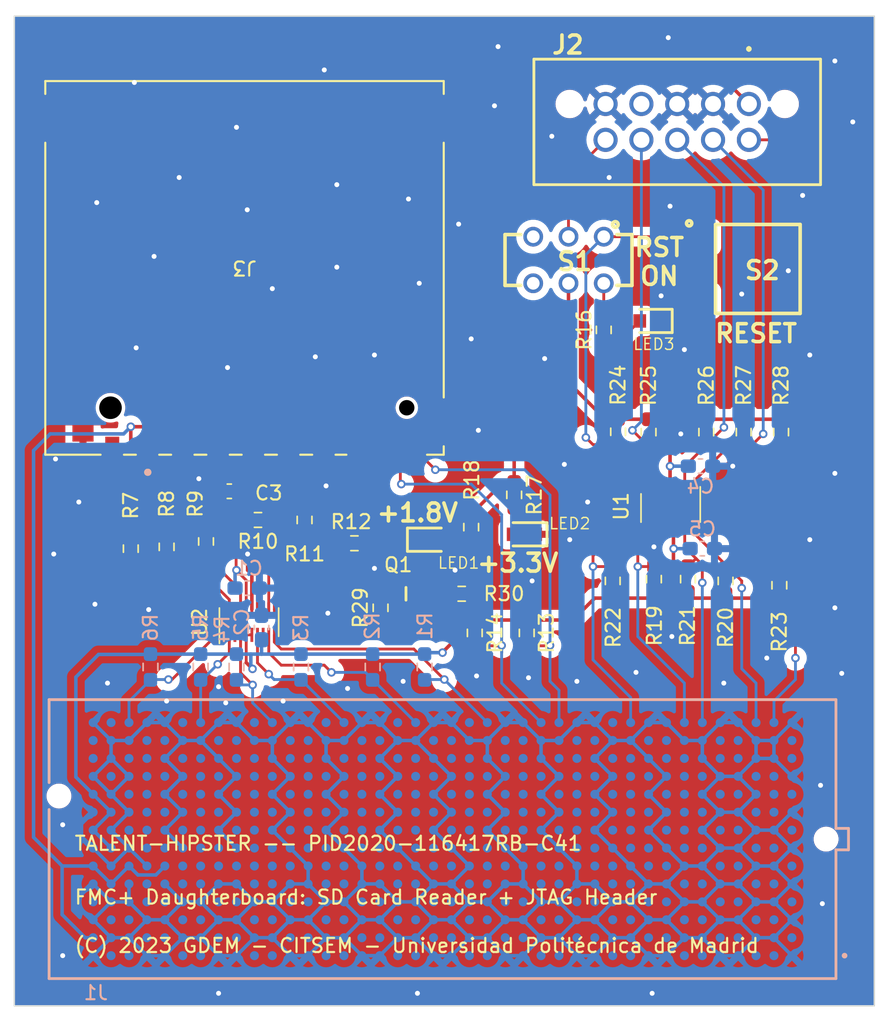
<source format=kicad_pcb>
(kicad_pcb (version 20221018) (generator pcbnew)
  (title_block (title "FMC+ Daughter Card: SD Card and JTAG Header") (date "2023-05-25") (rev "1.1") (company "CITSEM - Universidad Politécnica de Madrid") (comment 2 "Pedro J. Lobo") (comment 3 "Guillermo Izquierdo Juárez"))
  (layers (0 "F.Cu" signal) (31 "B.Cu" signal) (34 "B.Paste" user) (35 "F.Paste" user) (36 "B.SilkS" user "B.Silkscreen") (37 "F.SilkS" user "F.Silkscreen") (38 "B.Mask" user) (39 "F.Mask" user) (44 "Edge.Cuts" user))
  (net 0 "")
  (net 13 "TCK_LS")
  (net 36 "TMS_LS")
  (net 65 "TDO_LS")
  (net 93 "TDI_LS")
  (net 120 "RST_LS")
  (net 150 "SDIO_DAT0_LS")
  (net 178 "SDIO_DAT1_LS")
  (net 206 "SDIO_DAT2_LS")
  (net 218 "SDIO_CD_DAT3_LS")
  (net 230 "SDIO_CMD_LS")
  (net 238 "SDIO_CLK_LS")
  (net 289 "GND")
  (net 290 "/SD_DAT3")
  (net 291 "/SD_CMD")
  (net 292 "/SD_CLK")
  (net 293 "/SD_DAT0")
  (net 294 "/SD_DAT1")
  (net 295 "/SD_DAT2")
  (net 299 "+3V3")
  (net 300 "+1V8")
  (net 329 "DETECT")
  (net 330 "PROTECT")
  (net 331 "Net-(LED1-A)")
  (net 332 "Net-(LED2-A)")
  (net 333 "Net-(LED3-A)")
  (net 334 "RST")
  (net 335 "RESET")
  (net 338 "TCK")
  (net 339 "TMS")
  (net 340 "TDO")
  (net 341 "TDI")
  (net 342 "Net-(R16-Pad1)")
  (net 345 "Net-(LED1-K)")
  (net 346 "Net-(Q1-G)")
  (footprint "Resistor_SMD:R_0603_1608Metric_Pad0.98x0.95mm_HandSolder" (layer "F.Cu") (at 105.8945 74.422 180)
    (fp_text reference "R12")
    (fp_text value "51.1k" hide)
  )
  (footprint "Resistor_SMD:R_0603_1608Metric_Pad0.98x0.95mm_HandSolder" (layer "F.Cu") (at 117.221 70.993 -90)
    (fp_text reference "R17")
    (fp_text value "162")
  )
  (footprint "Resistor_SMD:R_0603_1608Metric_Pad0.98x0.95mm_HandSolder" (layer "F.Cu") (at 90.043 74.803 -90)
    (fp_text reference "R7")
    (fp_text value "51.1k" hide)
  )
  (footprint "Resistor_SMD:R_0603_1608Metric_Pad0.98x0.95mm_HandSolder" (layer "F.Cu") (at 129.54 76.962 90)
    (fp_text reference "R21")
    (fp_text value "51.1k")
  )
  (footprint "Resistor_SMD:R_0603_1608Metric_Pad0.98x0.95mm_HandSolder" (layer "F.Cu") (at 124.206 77.089 90)
    (fp_text reference "R22")
    (fp_text value "51.1k")
  )
  (footprint "Project_footprints:LEDC1608X40N" (layer "F.Cu") (at 111.252 74.168)
    (fp_text reference "LED1")
    (fp_text value "LG_Q396-PS-35" hide)
  )
  (footprint "Project_footprints:878341011" (layer "F.Cu") (at 133.858 43.307 180)
    (fp_text reference "J2")
    (fp_text value "87834-1011" hide)
  )
  (footprint "Resistor_SMD:R_0603_1608Metric_Pad0.98x0.95mm_HandSolder" (layer "F.Cu") (at 126.746 66.548 -90)
    (fp_text reference "R25")
    (fp_text value "4.7k")
  )
  (footprint "Resistor_SMD:R_0603_1608Metric_Pad0.98x0.95mm_HandSolder" (layer "F.Cu") (at 114.173 73.279 90)
    (fp_text reference "R18")
    (fp_text value "162")
  )
  (footprint "Resistor_SMD:R_0603_1608Metric_Pad0.98x0.95mm_HandSolder" (layer "F.Cu") (at 124.587 66.5245 -90)
    (fp_text reference "R24")
    (fp_text value "4.7k")
  )
  (footprint "Project_footprints:GSD090012SEU_AMP" (layer "F.Cu") (at 98.104998 54.916601 180)
    (fp_text reference "J3")
    (fp_text value "GSD090012SEU")
  )
  (footprint "Resistor_SMD:R_0603_1608Metric_Pad0.98x0.95mm_HandSolder" (layer "F.Cu") (at 136.017 77.3965 90)
    (fp_text reference "R23")
    (fp_text value "51.1k")
  )
  (footprint "Resistor_SMD:R_0603_1608Metric_Pad0.98x0.95mm_HandSolder" (layer "F.Cu") (at 132.207 77.089 90)
    (fp_text reference "R20")
    (fp_text value "51.1k")
  )
  (footprint "Resistor_SMD:R_0603_1608Metric_Pad0.98x0.95mm_HandSolder" (layer "F.Cu") (at 133.49125 66.548 -90)
    (fp_text reference "R27")
    (fp_text value "4.7k")
  )
  (footprint "Resistor_SMD:R_0603_1608Metric_Pad0.98x0.95mm_HandSolder" (layer "F.Cu") (at 123.571 59.309 -90)
    (fp_text reference "R16")
    (fp_text value "261")
  )
  (footprint "Resistor_SMD:R_0603_1608Metric_Pad0.98x0.95mm_HandSolder" (layer "F.Cu") (at 95.377 74.295 -90)
    (fp_text reference "R9")
    (fp_text value "51.1k" hide)
  )
  (footprint "Resistor_SMD:R_0603_1608Metric_Pad0.98x0.95mm_HandSolder" (layer "F.Cu") (at 92.583 74.676 -90)
    (fp_text reference "R8")
    (fp_text value "51.1k" hide)
  )
  (footprint "Project_footprints:LEDC1608X65N" (layer "F.Cu") (at 126.873 58.674 180)
    (fp_text reference "LED3")
    (fp_text value "CSL1901VW1" hide)
  )
  (footprint "Resistor_SMD:R_0603_1608Metric_Pad0.98x0.95mm_HandSolder" (layer "F.Cu") (at 99.06 72.771)
    (fp_text reference "R10")
    (fp_text value "51.1k" hide)
  )
  (footprint "Project_footprints:SOT50P160X80-3N" (layer "F.Cu") (at 110.5 77.2 90)
    (fp_text reference "Q1")
    (fp_text value "SI1012R-T1-GE3" hide)
  )
  (footprint "Resistor_SMD:R_0603_1608Metric_Pad0.98x0.95mm_HandSolder" (layer "F.Cu") (at 127.127 76.962 90)
    (fp_text reference "R19")
    (fp_text value "51.1k")
  )
  (footprint "Capacitor_SMD:C_0603_1608Metric_Pad1.08x0.95mm_HandSolder" (layer "F.Cu") (at 97.028 70.739)
    (fp_text reference "C3")
    (fp_text value "0.1uF")
  )
  (footprint "Project_footprints:JS202011CQN" (layer "F.Cu") (at 121.071 54.357 180)
    (fp_text reference "S1")
    (fp_text value "JS202011CQN" hide)
  )
  (footprint "Package_SON:USON-20_2x4mm_P0.4mm" (layer "F.Cu") (at 98.425 80.01 90)
    (fp_text reference "U2")
    (fp_text value "TXB0108DQSR" hide)
  )
  (footprint "Resistor_SMD:R_0603_1608Metric_Pad0.98x0.95mm_HandSolder" (layer "F.Cu") (at 118.11 80.772 -90)
    (fp_text reference "R13")
    (fp_text value "4.7k")
  )
  (footprint "Project_footprints:LEDC1608X40N" (layer "F.Cu") (at 117.945 73.787 180)
    (fp_text reference "LED2")
    (fp_text value "LG_Q396-PS-35" hide)
  )
  (footprint "Resistor_SMD:R_0603_1608Metric_Pad0.98x0.95mm_HandSolder" (layer "F.Cu") (at 107.75 78.994 90)
    (fp_text reference "R29")
    (fp_text value "10k")
  )
  (footprint "Resistor_SMD:R_0603_1608Metric_Pad0.98x0.95mm_HandSolder" (layer "F.Cu") (at 130.8385 66.548 -90)
    (fp_text reference "R26")
    (fp_text value "4.7k")
  )
  (footprint "Project_footprints:B3FS-1000P" (layer "F.Cu") (at 134.493 54.991 180)
    (fp_text reference "S2")
    (fp_text value "B3FS-1000P" hide)
  )
  (footprint "Resistor_SMD:R_0603_1608Metric_Pad0.98x0.95mm_HandSolder" (layer "F.Cu") (at 113.5 78)
    (fp_text reference "R30")
    (fp_text value "51.1k")
  )
  (footprint "Resistor_SMD:R_0603_1608Metric_Pad0.98x0.95mm_HandSolder" (layer "F.Cu") (at 102.362 72.771 -90)
    (fp_text reference "R11")
    (fp_text value "51.1k" hide)
  )
  (footprint "Package_SON:USON-20_2x4mm_P0.4mm" (layer "F.Cu") (at 128.311 71.9245 -90)
    (fp_text reference "U1")
    (fp_text value "TXB0108DQSR")
  )
  (footprint "Resistor_SMD:R_0603_1608Metric_Pad0.98x0.95mm_HandSolder" (layer "F.Cu") (at 136.144 66.548 -90)
    (fp_text reference "R28")
    (fp_text value "4.7k")
  )
  (footprint "Resistor_SMD:R_0603_1608Metric_Pad0.98x0.95mm_HandSolder" (layer "F.Cu") (at 114.427 80.772 -90)
    (fp_text reference "R14")
    (fp_text value "4.7k")
  )
  (footprint "Capacitor_SMD:C_0603_1608Metric_Pad1.08x0.95mm_HandSolder" (layer "B.Cu") (at 98.298 77.597)
    (fp_text reference "C1")
    (fp_text value "0.1uF")
  )
  (footprint "Resistor_SMD:R_0603_1608Metric_Pad0.98x0.95mm_HandSolder" (layer "B.Cu") (at 110.871 83.185 -90)
    (fp_text reference "R1")
    (fp_text value "51.1k" hide)
  )
  (footprint "Project_footprints:SAMTEC_ASP-184330-01" (layer "B.Cu") (at 112.141 95.377)
    (fp_text reference "J1")
    (fp_text value "ASP-184330-01")
  )
  (footprint "Capacitor_SMD:C_0603_1608Metric_Pad1.08x0.95mm_HandSolder" (layer "B.Cu") (at 99.314 80.391 90)
    (fp_text reference "C2")
    (fp_text value "0.1uF")
  )
  (footprint "Capacitor_SMD:C_0603_1608Metric_Pad1.08x0.95mm_HandSolder" (layer "B.Cu") (at 130.556 74.803)
    (fp_text reference "C5")
    (fp_text value "0.1uF" hide)
  )
  (footprint "Resistor_SMD:R_0603_1608Metric_Pad0.98x0.95mm_HandSolder" (layer "B.Cu") (at 102.108 83.185 -90)
    (fp_text reference "R3")
    (fp_text value "51.1k" hide)
  )
  (footprint "Resistor_SMD:R_0603_1608Metric_Pad0.98x0.95mm_HandSolder" (layer "B.Cu") (at 97.536 83.185 -90)
    (fp_text reference "R4")
    (fp_text value "51.1k" hide)
  )
  (footprint "Resistor_SMD:R_0603_1608Metric_Pad0.98x0.95mm_HandSolder" (layer "B.Cu") (at 91.44 83.185 -90)
    (fp_text reference "R6")
    (fp_text value "51.1k" hide)
  )
  (footprint "Resistor_SMD:R_0603_1608Metric_Pad0.98x0.95mm_HandSolder" (layer "B.Cu") (at 94.996 83.185 -90)
    (fp_text reference "R5")
    (fp_text value "51.1k" hide)
  )
  (footprint "Resistor_SMD:R_0603_1608Metric_Pad0.98x0.95mm_HandSolder" (layer "B.Cu") (at 107.188 83.185 -90)
    (fp_text reference "R2")
    (fp_text value "51.1k" hide)
  )
  (footprint "Capacitor_SMD:C_0603_1608Metric_Pad1.08x0.95mm_HandSolder" (layer "B.Cu") (at 130.429 68.961)
    (fp_text reference "C4")
    (fp_text value "0.1uF" hide)
  )
  (gr_rect (start 81.788 37.084) (end 142.748 107.188) (stroke (width 0.1)) (fill none) (layer "Edge.Cuts"))
  (gr_text "RESET" (at 134.366 59.563) (layer "F.SilkS") (effects (font (size 1.27 1.27) (thickness 0.254))))
  (gr_text "FMC+ Daughterboard: SD Card Reader + JTAG Header" (at 85.979 100.076) (layer "F.SilkS") (effects (font (size 1 1)) (justify left bottom)))
  (gr_text "+3.3V" (at 117.475 75.819) (layer "F.SilkS") (effects (font (size 1.27 1.27) (thickness 0.254))))
  (gr_text "TALENT-HIPSTER -- PID2020-116417RB-C41" (at 85.979 96.266) (layer "F.SilkS") (effects (font (size 1 1)) (justify left bottom)))
  (gr_text "+1.8V" (at 110.363 72.263) (layer "F.SilkS") (effects (font (size 1.27 1.27) (thickness 0.254))))
  (gr_text "(C) 2023 GDEM - CITSEM - Universidad Politécnica de Madrid" (at 85.979 103.505) (layer "F.SilkS") (effects (font (size 1 1)) (justify left bottom)))
  (gr_text "RST\nON" (at 127.508 54.483) (layer "F.SilkS") (effects (font (size 1.27 1.27) (thickness 0.254))))
  (segment (start 133.35 77.089) (end 129.711 73.45) (width 0.2) (layer "F.Cu") (net 13))
  (segment (start 133.35 77.597) (end 133.35 77.089) (width 0.2) (layer "F.Cu") (net 13))
  (segment (start 129.711 73.45) (end 129.711 72.8245) (width 0.2) (layer "F.Cu") (net 13))
  (via (at 133.35 77.597) (size 0.6) (drill 0.35) (layers "F.Cu" "B.Cu") (net 13))
  (segment (start 134.366 84.328) (end 134.366 87.122) (width 0.2) (layer "B.Cu") (net 13))
  (segment (start 133.35 77.597) (end 133.35 83.312) (width 0.2) (layer "B.Cu") (net 13))
  (segment (start 133.35 83.312) (end 134.366 84.328) (width 0.2) (layer "B.Cu") (net 13))
  (segment (start 132.5145 72.8245) (end 137.16 77.47) (width 0.2) (layer "F.Cu") (net 36))
  (segment (start 130.111 72.8245) (end 132.5145 72.8245) (width 0.2) (layer "F.Cu") (net 36))
  (segment (start 137.16 77.47) (end 137.16 82.55) (width 0.2) (layer "F.Cu") (net 36))
  (via (at 137.16 82.55) (size 0.6) (drill 0.35) (layers "F.Cu" "B.Cu") (net 36))
  (segment (start 137.16 84.074) (end 135.636 85.598) (width 0.2) (layer "B.Cu") (net 36))
  (segment (start 135.636 85.598) (end 135.636 87.122) (width 0.2) (layer "B.Cu") (net 36))
  (segment (start 137.16 82.55) (end 137.16 84.074) (width 0.2) (layer "B.Cu") (net 36))
  (segment (start 130.556 75.946) (end 130.556 77.216) (width 0.2) (layer "F.Cu") (net 65))
  (segment (start 129.5635 76.0495) (end 130.1115 75.5015) (width 0.2) (layer "F.Cu") (net 65))
  (segment (start 129.311 72.8245) (end 129.311 74.701) (width 0.2) (layer "F.Cu") (net 65))
  (segment (start 130.1115 75.5015) (end 130.556 75.946) (width 0.2) (layer "F.Cu") (net 65))
  (segment (start 129.54 76.0495) (end 129.5635 76.0495) (width 0.2) (layer "F.Cu") (net 65))
  (segment (start 129.311 74.701) (end 130.1115 75.5015) (width 0.2) (layer "F.Cu") (net 65))
  (via (at 130.556 77.216) (size 0.6) (drill 0.35) (layers "F.Cu" "B.Cu") (net 65))
  (segment (start 130.556 87.122) (end 130.556 77.216) (width 0.2) (layer "B.Cu") (net 65))
  (segment (start 127.311 72.8245) (end 127.311 73.5245) (width 0.2) (layer "F.Cu") (net 93))
  (segment (start 125.984 74.8515) (end 125.984 76.073) (width 0.2) (layer "F.Cu") (net 93))
  (segment (start 127.311 73.5245) (end 125.984 74.8515) (width 0.2) (layer "F.Cu") (net 93))
  (segment (start 125.984 76.073) (end 127.1035 76.073) (width 0.2) (layer "F.Cu") (net 93))
  (segment (start 127.1035 76.073) (end 127.127 76.0495) (width 0.2) (layer "F.Cu") (net 93))
  (via (at 125.984 76.073) (size 0.6) (drill 0.35) (layers "F.Cu" "B.Cu") (net 93))
  (segment (start 129.286 84.328) (end 129.286 87.122) (width 0.2) (layer "B.Cu") (net 93))
  (segment (start 125.984 81.026) (end 129.286 84.328) (width 0.2) (layer "B.Cu") (net 93))
  (segment (start 125.984 76.073) (end 125.984 81.026) (width 0.2) (layer "B.Cu") (net 93))
  (segment (start 124.206 73.914) (end 126.238 73.914) (width 0.2) (layer "F.Cu") (net 120))
  (segment (start 122.809 76.073) (end 124.1025 76.073) (width 0.2) (layer "F.Cu") (net 120))
  (segment (start 124.1025 76.073) (end 124.206 76.1765) (width 0.2) (layer "F.Cu") (net 120))
  (segment (start 126.238 73.914) (end 126.511 73.641) (width 0.2) (layer "F.Cu") (net 120))
  (segment (start 122.809 75.311) (end 124.206 73.914) (width 0.2) (layer "F.Cu") (net 120))
  (segment (start 126.511 73.641) (end 126.511 72.8245) (width 0.2) (layer "F.Cu") (net 120))
  (segment (start 122.809 76.073) (end 122.809 75.311) (width 0.2) (layer "F.Cu") (net 120))
  (via (at 122.809 76.073) (size 0.6) (drill 0.35) (layers "F.Cu" "B.Cu") (net 120))
  (segment (start 122.809 82.677) (end 125.476 85.344) (width 0.2) (layer "B.Cu") (net 120))
  (segment (start 125.476 85.344) (end 125.476 87.122) (width 0.2) (layer "B.Cu") (net 120))
  (segment (start 122.809 76.073) (end 122.809 82.677) (width 0.2) (layer "B.Cu") (net 120))
  (segment (start 103.759 83.058) (end 100.711 83.058) (width 0.2) (layer "F.Cu") (net 150))
  (segment (start 100.711 83.058) (end 99.825 82.172) (width 0.2) (layer "F.Cu") (net 150))
  (segment (start 99.825 82.172) (end 99.825 80.91) (width 0.2) (layer "F.Cu") (net 150))
  (segment (start 104.267 83.566) (end 103.759 83.058) (width 0.2) (layer "F.Cu") (net 150))
  (via (at 104.267 83.566) (size 0.6) (drill 0.35) (layers "F.Cu" "B.Cu") (net 150))
  (segment (start 106.68 83.566) (end 110.236 87.122) (width 0.2) (layer "B.Cu") (net 150))
  (segment (start 104.267 83.566) (end 106.68 83.566) (width 0.2) (layer "B.Cu") (net 150))
  (segment (start 100.225 81.429) (end 100.225 80.91) (width 0.2) (layer "F.Cu") (net 178))
  (segment (start 110.109 81.915) (end 100.711 81.915) (width 0.2) (layer "F.Cu") (net 178))
  (segment (start 100.711 81.915) (end 100.225 81.429) (width 0.2) (layer "F.Cu") (net 178))
  (segment (start 112.268 84.074) (end 110.109 81.915) (width 0.2) (layer "F.Cu") (net 178))
  (via (at 112.268 84.074) (size 0.6) (drill 0.35) (layers "F.Cu" "B.Cu") (net 178))
  (segment (start 110.871 84.0975) (end 110.951 84.0975) (width 0.2) (layer "B.Cu") (net 178))
  (segment (start 112.395 84.201) (end 112.268 84.074) (width 0.2) (layer "B.Cu") (net 178))
  (segment (start 115.316 87.122) (end 112.395 84.201) (width 0.2) (layer "B.Cu") (net 178))
  (segment (start 112.268 84.074) (end 110.9745 84.074) (width 0.2) (layer "B.Cu") (net 178))
  (segment (start 110.951 84.0975) (end 110.9745 84.074) (width 0.2) (layer "B.Cu") (net 178))
  (segment (start 92.964 84.074) (end 96.178 80.86) (width 0.2) (layer "F.Cu") (net 206))
  (segment (start 96.178 80.86) (end 96.625 80.86) (width 0.2) (layer "F.Cu") (net 206))
  (segment (start 92.71 84.074) (end 92.964 84.074) (width 0.2) (layer "F.Cu") (net 206))
  (via (at 92.71 84.074) (size 0.6) (drill 0.35) (layers "F.Cu" "B.Cu") (net 206))
  (segment (start 89.916 85.6215) (end 91.44 84.0975) (width 0.2) (layer "B.Cu") (net 206))
  (segment (start 89.916 87.122) (end 89.916 85.6215) (width 0.2) (layer "B.Cu") (net 206))
  (segment (start 92.71 84.074) (end 91.4635 84.074) (width 0.2) (layer "B.Cu") (net 206))
  (segment (start 91.4635 84.074) (end 91.44 84.0975) (width 0.2) (layer "B.Cu") (net 206))
  (segment (start 97.025 82.172) (end 97.025 80.91) (width 0.2) (layer "F.Cu") (net 218))
  (segment (start 96.2025 82.9945) (end 97.025 82.172) (width 0.2) (layer "F.Cu") (net 218))
  (via (at 96.2025 82.9945) (size 0.6) (drill 0.35) (layers "F.Cu" "B.Cu") (net 218))
  (segment (start 96.2025 82.9945) (end 94.996 84.201) (width 0.2) (layer "B.Cu") (net 218))
  (segment (start 94.996 84.201) (end 94.996 87.122) (width 0.2) (layer "B.Cu") (net 218))
  (segment (start 97.825 83.601) (end 97.825 80.91) (width 0.2) (layer "F.Cu") (net 230))
  (segment (start 98.679 84.455) (end 97.825 83.601) (width 0.2) (layer "F.Cu") (net 230))
  (via (at 98.679 84.455) (size 0.6) (drill 0.35) (layers "F.Cu" "B.Cu") (net 230))
  (segment (start 98.679 84.455) (end 97.8935 84.455) (width 0.2) (layer "B.Cu") (net 230))
  (segment (start 98.679 84.455) (end 98.679 85.725) (width 0.2) (layer "B.Cu") (net 230))
  (segment (start 97.8935 84.455) (end 97.536 84.0975) (width 0.2) (layer "B.Cu") (net 230))
  (segment (start 98.679 85.725) (end 100.076 87.122) (width 0.2) (layer "B.Cu") (net 230))
  (segment (start 99.822 83.693) (end 99.025 82.896) (width 0.2) (layer "F.Cu") (net 238))
  (segment (start 99.025 82.896) (end 99.025 80.91) (width 0.2) (layer "F.Cu") (net 238))
  (via (at 99.822 83.693) (size 0.6) (drill 0.35) (layers "F.Cu" "B.Cu") (net 238))
  (segment (start 102.108 84.074) (end 105.156 87.122) (width 0.2) (layer "B.Cu") (net 238))
  (segment (start 99.822 83.693) (end 100.203 84.074) (width 0.2) (layer "B.Cu") (net 238))
  (segment (start 100.203 84.074) (end 102.108 84.074) (width 0.2) (layer "B.Cu") (net 238))
  (segment (start 96.266 67.691) (end 96.266 70.6385) (width 0.25) (layer "F.Cu") (net 289))
  (segment (start 96.266 70.6385) (end 96.1655 70.739) (width 0.25) (layer "F.Cu") (net 289))
  (segment (start 129.085 66.728) (end 129.032 66.675) (width 0.25) (layer "F.Cu") (net 289))
  (segment (start 98.3245 75.184) (end 98.3245 76.327) (width 0.25) (layer "F.Cu") (net 289))
  (segment (start 98.625 76.6275) (end 98.3245 76.327) (width 0.25) (layer "F.Cu") (net 289))
  (segment (start 127.127 74.676) (end 127.1707 74.676) (width 0.2) (layer "F.Cu") (net 289))
  (segment (start 98.625 79.11) (end 98.625 76.6275) (width 0.25) (layer "F.Cu") (net 289))
  (segment (start 128.111 73.7357) (end 128.111 72.8245) (width 0.2) (layer "F.Cu") (net 289))
  (segment (start 112.5655 77.978) (end 112.5875 78) (width 0.25) (layer "F.Cu") (net 289))
  (segment (start 127.1707 74.676) (end 128.111 73.7357) (width 0.2) (layer "F.Cu") (net 289))
  (segment (start 112.5875 78) (end 111 78) (width 0.25) (layer "F.Cu") (net 289))
  (via (at 115.824 43.434) (size 0.6) (drill 0.35) (layers "F.Cu" "B.Cu") (net 289))
  (via (at 139.065 99.949) (size 0.6) (drill 0.35) (layers "F.Cu" "B.Cu") (net 289))
  (via (at 94.869 69.85) (size 0.6) (drill 0.35) (layers "F.Cu" "B.Cu") (net 289))
  (via (at 140.440354 83.636609) (size 0.6) (drill 0.35) (layers "F.Cu" "B.Cu") (net 289))
  (via (at 104.648 49.022) (size 0.6) (drill 0.35) (layers "F.Cu" "B.Cu") (net 289))
  (via (at 104.648 54.864) (size 0.6) (drill 0.35) (layers "F.Cu" "B.Cu") (net 289))
  (via (at 138.176 74.168) (size 0.6) (drill 0.35) (layers "F.Cu" "B.Cu") (net 289))
  (via (at 132.08 84.328) (size 0.6) (drill 0.35) (layers "F.Cu" "B.Cu") (net 289))
  (via (at 100.076 56.388) (size 0.6) (drill 0.35) (layers "F.Cu" "B.Cu") (net 289))
  (via (at 109.728 50.038) (size 0.6) (drill 0.35) (layers "F.Cu" "B.Cu") (net 289))
  (via (at 121.158 74.168) (size 0.6) (drill 0.35) (layers "F.Cu" "B.Cu") (net 289))
  (via (at 137.668 49.784) (size 0.6) (drill 0.35) (layers "F.Cu" "B.Cu") (net 289))
  (via (at 100.838 85.598) (size 0.6) (drill 0.35) (layers "F.Cu" "B.Cu") (net 289))
  (via (at 113.03 76.327) (size 0.6) (drill 0.35) (layers "F.Cu" "B.Cu") (net 289))
  (via (at 103.124 61.214) (size 0.6) (drill 0.35) (layers "F.Cu" "B.Cu") (net 289))
  (via (at 107.315 76.2) (size 0.6) (drill 0.35) (layers "F.Cu" "B.Cu") (net 289))
  (via (at 107.315 61.087) (size 0.6) (drill 0.35) (layers "F.Cu" "B.Cu") (net 289))
  (via (at 98.3245 75.184) (size 0.6) (drill 0.35) (layers "F.Cu" "B.Cu") (net 289))
  (via (at 85.217 94.361) (size 0.6) (drill 0.35) (layers "F.Cu" "B.Cu") (net 289))
  (via (at 90.424 60.579) (size 0.6) (drill 0.35) (layers "F.Cu" "B.Cu") (net 289))
  (via (at 119.888 45.593) (size 0.6) (drill 0.35) (layers "F.Cu" "B.Cu") (net 289))
  (via (at 98.298 50.8) (size 0.6) (drill 0.35) (layers "F.Cu" "B.Cu") (net 289))
  (via (at 116.078 39.243) (size 0.6) (drill 0.35) (layers "F.Cu" "B.Cu") (net 289))
  (via (at 121.666 84.201) (size 0.6) (drill 0.35) (layers "F.Cu" "B.Cu") (net 289))
  (via (at 103.759 40.894) (size 0.6) (drill 0.35) (layers "F.Cu" "B.Cu") (net 289))
  (via (at 119.38 61.341) (size 0.6) (drill 0.35) (layers "F.Cu" "B.Cu") (net 289))
  (via (at 136.652 55.118) (size 0.6) (drill 0.35) (layers "F.Cu" "B.Cu") (net 289))
  (via (at 139.954 69.469) (size 0.6) (drill 0.35) (layers "F.Cu" "B.Cu") (net 289))
  (via (at 139.954 78.994) (size 0.6) (drill 0.35) (layers "F.Cu" "B.Cu") (net 289))
  (via (at 129.286 60.706) (size 0.6) (drill 0.35) (layers "F.Cu" "B.Cu") (net 289))
  (via (at 113.284 51.816) (size 0.6) (drill 0.35) (layers "F.Cu" "B.Cu") (net 289))
  (via (at 96.901 61.976) (size 0.6) (drill 0.35) (layers "F.Cu" "B.Cu") (net 289))
  (via (at 97.536 44.958) (size 0.6) (drill 0.35) (layers "F.Cu" "B.Cu") (net 289))
  (via (at 87.503 78.74) (size 0.6) (drill 0.35) (layers "F.Cu" "B.Cu") (net 289))
  (via (at 135.128 82.55) (size 0.6) (drill 0.35) (layers "F.Cu" "B.Cu") (net 289))
  (via (at 123.952 48.514) (size 0.6) (drill 0.35) (layers "F.Cu" "B.Cu") (net 289))
  (via (at 127 106.299) (size 0.6) (drill 0.35) (layers "F.Cu" "B.Cu") (net 289))
  (via (at 114.554 83.82) (size 0.6) (drill 0.35) (layers "F.Cu" "B.Cu") (net 289))
  (via (at 104.013 79.375) (size 0.6) (drill 0.35) (layers "F.Cu" "B.Cu") (net 289))
  (via (at 84.709 68.453) (size 0.6) (drill 0.35) (layers "F.Cu" "B.Cu") (net 289))
  (via (at 96.266 84.582) (size 0.6) (drill 0.35) (layers "F.Cu" "B.Cu") (net 289))
  (via (at 118.491 77.089) (size 0.6) (drill 0.35) (layers "F.Cu" "B.Cu") (net 289))
  (via (at 127.127 74.676) (size 0.6) (drill 0.35) (layers "F.Cu" "B.Cu") (net 289))
  (via (at 114.173 59.944) (size 0.6) (drill 0.35) (layers "F.Cu" "B.Cu") (net 289))
  (via (at 129.032 66.675) (size 0.6) (drill 0.35) (layers "F.Cu" "B.Cu") (net 289))
  (via (at 120.777 68.834) (size 0.6) (drill 0.35) (layers "F.Cu" "B.Cu") (net 289))
  (via (at 105.41 84.709) (size 0.6) (drill 0.35) (layers "F.Cu" "B.Cu") (net 289))
  (via (at 128.27 50.546) (size 0.6) (drill 0.35) (layers "F.Cu" "B.Cu") (net 289))
  (via (at 118.237 83.947) (size 0.6) (drill 0.35) (layers "F.Cu" "B.Cu") (net 289))
  (via (at 125.857 83.566) (size 0.6) (drill 0.35) (layers "F.Cu" "B.Cu") (net 289))
  (via (at 92.583 85.598) (size 0.6) (drill 0.35) (layers "F.Cu" "B.Cu") (net 289))
  (via (at 114.681 66.421) (size 0.6) (drill 0.35) (layers "F.Cu" "B.Cu") (net 289))
  (via (at 128.143 38.608) (size 0.6) (drill 0.35) (layers "F.Cu" "B.Cu") (net 289))
  (via (at 138.938 91.567) (size 0.6) (drill 0.35) (layers "F.Cu" "B.Cu") (net 289))
  (via (at 88.392 84.328) (size 0.6) (drill 0.35) (layers "F.Cu" "B.Cu") (net 289))
  (via (at 91.694 54.102) (size 0.6) (drill 0.35) (layers "F.Cu" "B.Cu") (net 289))
  (via (at 110.49 56.007) (size 0.6) (drill 0.35) (layers "F.Cu" "B.Cu") (net 289))
  (via (at 110.363 106.299) (size 0.6) (drill 0.35) (layers "F.Cu" "B.Cu") (net 289))
  (via (at 122.428 71.501) (size 0.6) (drill 0.35) (layers "F.Cu" "B.Cu") (net 289))
  (via (at 96.266 106.299) (size 0.6) (drill 0.35) (layers "F.Cu" "B.Cu") (net 289))
  (via (at 133.35 56.769) (size 0.6) (drill 0.35) (layers "F.Cu" "B.Cu") (net 289))
  (via (at 127.635 56.896) (size 0.6) (drill 0.35) (layers "F.Cu" "B.Cu") (net 289))
  (via (at 132.715 68.961) (size 0.6) (drill 0.35) (layers "F.Cu" "B.Cu") (net 289))
  (via (at 96.774 85.725) (size 0.6) (drill 0.35) (layers "F.Cu" "B.Cu") (net 289))
  (via (at 139.954 40.259) (size 0.6) (drill 0.35) (layers "F.Cu" "B.Cu") (net 289))
  (via (at 90.297 41.783) (size 0.6) (drill 0.35) (layers "F.Cu" "B.Cu") (net 289))
  (via (at 85.217 103.632) (size 0.6) (drill 0.35) (layers "F.Cu" "B.Cu") (net 289))
  (via (at 103.886 70.358) (size 0.6) (drill 0.35) (layers "F.Cu" "B.Cu") (net 289))
  (via (at 84.582 75.184) (size 0.6) (drill 0.35) (layers "F.Cu" "B.Cu") (net 289))
  (via (at 128.397 81.026) (size 0.6) (drill 0.35) (layers "F.Cu" "B.Cu") (net 289))
  (via (at 138.176 61.087) (size 0.6) (drill 0.35) (layers "F.Cu" "B.Cu") (net 289))
  (via (at 87.63 50.292) (size 0.6) (drill 0.35) (layers "F.Cu" "B.Cu") (net 289))
  (via (at 91.313 79.121) (size 0.6) (drill 0.35) (layers "F.Cu" "B.Cu") (net 289))
  (via (at 109.347 84.201) (size 0.6) (drill 0.35) (layers "F.Cu" "B.Cu") (net 289))
  (via (at 93.472 48.514) (size 0.6) (drill 0.35) (layers "F.Cu" "B.Cu") (net 289))
  (via (at 86.36 71.501) (size 0.6) (drill 0.35) (layers "F.Cu" "B.Cu") (net 289))
  (via (at 141.224 44.577) (size 0.6) (drill 0.35) (layers "F.Cu" "B.Cu") (net 289))
  (segment (start 105.156 102.362) (end 106.426 101.092) (width 0.25) (layer "B.Cu") (net 289))
  (segment (start 121.666 87.122) (end 120.396 88.392) (width 0.25) (layer "B.Cu") (net 289))
  (segment (start 114.046 97.282) (end 112.776 96.012) (width 0.25) (layer "B.Cu") (net 289))
  (segment (start 112.776 93.472) (end 111.506 92.202) (width 0.25) (layer "B.Cu") (net 289))
  (segment (start 92.456 101.092) (end 93.726 102.362) (width 0.25) (layer "B.Cu") (net 289))
  (segment (start 97.536 101.092) (end 98.806 102.362) (width 0.25) (layer "B.Cu") (net 289))
  (segment (start 89.916 96.012) (end 91.186 97.282) (width 0.25) (layer "B.Cu") (net 289))
  (segment (start 90.154 88.154) (end 89.916 88.392) (width 0.25) (layer "B.Cu") (net 289))
  (segment (start 89.916 99.822) (end 89.916 98.552) (width 0.25) (layer "B.Cu") (net 289))
  (segment (start 130.556 94.742) (end 131.826 96.012) (width 0.25) (layer "B.Cu") (net 289))
  (segment (start 128.016 90.932) (end 126.746 89.662) (width 0.25) (layer "B.Cu") (net 289))
  (segment (start 107.696 92.202) (end 108.966 93.472) (width 0.25) (layer "B.Cu") (net 289))
  (segment (start 97.536 87.122) (end 96.266 87.122) (width 0.25) (layer "B.Cu") (net 289))
  (segment (start 115.316 88.392) (end 115.316 89.662) (width 0.25) (layer "B.Cu") (net 289))
  (segment (start 93.726 88.392) (end 92.456 89.662) (width 0.25) (layer "B.Cu") (net 289))
  (segment (start 128.016 98.552) (end 129.286 97.282) (width 0.25) (layer "B.Cu") (net 289))
  (segment (start 96.266 92.202) (end 97.536 93.472) (width 0.25) (layer "B.Cu") (net 289))
  (segment (start 135.636 102.362) (end 136.906 103.632) (width 0.25) (layer "B.Cu") (net 289))
  (segment (start 103.886 102.362) (end 105.156 102.362) (width 0.25) (layer "B.Cu") (net 289))
  (segment (start 111.506 89.662) (end 110.236 88.392) (width 0.25) (layer "B.Cu") (net 289))
  (segment (start 129.286 102.362) (end 130.556 102.362) (width 0.25) (layer "B.Cu") (net 289))
  (segment (start 128.016 93.472) (end 126.746 92.202) (width 0.25) (layer "B.Cu") (net 289))
  (segment (start 89.916 88.392) (end 88.646 88.392) (width 0.25) (layer "B.Cu") (net 289))
  (segment (start 106.426 98.552) (end 105.156 99.822) (width 0.25) (layer "B.Cu") (net 289))
  (segment (start 129.286 97.282) (end 130.556 97.282) (width 0.25) (layer "B.Cu") (net 289))
  (segment (start 100.076 88.392) (end 98.806 88.392) (width 0.25) (layer "B.Cu") (net 289))
  (segment (start 129.286 88.392) (end 130.556 88.392) (width 0.25) (layer "B.Cu") (net 289))
  (segment (start 122.936 94.742) (end 124.206 93.472) (width 0.25) (layer "B.Cu") (net 289))
  (segment (start 116.586 101.092) (end 115.316 99.822) (width 0.25) (layer "B.Cu") (net 289))
  (segment (start 105.156 88.392) (end 103.886 88.392) (width 0.25) (layer "B.Cu") (net 289))
  (segment (start 105.156 90.932) (end 103.886 89.662) (width 0.25) (layer "B.Cu") (net 289))
  (segment (start 133.096 96.012) (end 134.366 97.282) (width 0.25) (layer "B.Cu") (net 289))
  (segment (start 103.886 92.202) (end 105.156 90.932) (width 0.25) (layer "B.Cu") (net 289))
  (segment (start 128.016 103.632) (end 129.286 102.362) (width 0.25) (layer "B.Cu") (net 289))
  (segment (start 108.966 93.472) (end 107.696 94.742) (width 0.25) (layer "B.Cu") (net 289))
  (segment (start 120.396 102.362) (end 121.666 103.632) (width 0.25) (layer "B.Cu") (net 289))
  (segment (start 105.156 93.472) (end 103.886 92.202) (width 0.25) (layer "B.Cu") (net 289))
  (segment (start 97.536 101.092) (end 98.806 99.822) (width 0.25) (layer "B.Cu") (net 289))
  (segment (start 111.506 101.092) (end 110.236 102.362) (width 0.25) (layer "B.Cu") (net 289))
  (segment (start 92.456 92.202) (end 93.726 93.472) (width 0.25) (layer "B.Cu") (net 289))
  (segment (start 103.886 99.822) (end 102.616 101.092) (width 0.25) (layer "B.Cu") (net 289))
  (segment (start 130.556 88.392) (end 130.556 89.662) (width 0.25) (layer "B.Cu") (net 289))
  (segment (start 126.746 92.202) (end 128.016 90.932) (width 0.25) (layer "B.Cu") (net 289))
  (segment (start 111.506 98.552) (end 110.236 97.282) (width 0.25) (layer "B.Cu") (net 289))
  (segment (start 131.826 87.122) (end 130.556 88.392) (width 0.25) (layer "B.Cu") (net 289))
  (segment (start 124.206 96.012) (end 125.476 97.282) (width 0.25) (layer "B.Cu") (net 289))
  (segment (start 110.236 88.392) (end 108.966 88.392) (width 0.25) (layer "B.Cu") (net 289))
  (segment (start 119.126 102.362) (end 117.856 103.632) (width 0.25) (layer "B.Cu") (net 289))
  (segment (start 128.016 101.092) (end 126.746 101.092) (width 0.25) (layer "B.Cu") (net 289))
  (segment (start 94.996 102.362) (end 96.266 103.632) (width 0.25) (layer "B.Cu") (net 289))
  (segment (start 134.366 99.822) (end 133.096 98.552) (width 0.25) (layer "B.Cu") (net 289))
  (segment (start 106.426 101.092) (end 105.156 99.822) (width 0.25) (layer "B.Cu") (net 289))
  (segment (start 100.076 102.362) (end 101.346 103.632) (width 0.25) (layer "B.Cu") (net 289))
  (segment (start 130.556 92.202) (end 131.826 90.932) (width 0.25) (layer "B.Cu") (net 289))
  (segment (start 92.456 89.662) (end 93.726 90.932) (width 0.25) (layer "B.Cu") (net 289))
  (segment (start 86.55 94.298) (end 87.376 93.472) (width 0.25) (layer "B.Cu") (net 289))
  (segment (start 106.426 87.122) (end 105.156 88.392) (width 0.25) (layer "B.Cu") (net 289))
  (segment (start 100.076 89.662) (end 101.346 90.932) (width 0.25) (layer "B.Cu") (net 289))
  (segment (start 120.396 90.932) (end 119.126 92.202) (width 0.25) (layer "B.Cu") (net 289))
  (segment (start 134.366 92.202) (end 133.096 93.472) (width 0.25) (layer "B.Cu") (net 289))
  (segment (start 110.236 97.282) (end 108.966 96.012) (width 0.25) (layer "B.Cu") (net 289))
  (segment (start 108.966 102.362) (end 110.236 102.362) (width 0.25) (layer "B.Cu") (net 289))
  (segment (start 103.886 102.362) (end 102.616 101.092) (width 0.25) (layer "B.Cu") (net 289))
  (segment (start 133.096 96.012) (end 131.826 96.012) (width 0.25) (layer "B.Cu") (net 289))
  (segment (start 117.856 98.552) (end 116.586 98.552) (width 0.25) (layer "B.Cu") (net 289))
  (segment (start 121.666 97.282) (end 120.396 96.012) (width 0.25) (layer "B.Cu") (net 289))
  (segment (start 120.396 96.012) (end 119.126 94.742) (width 0.25) (layer "B.Cu") (net 289))
  (segment (start 102.616 103.632) (end 103.886 102.362) (width 0.25) (layer "B.Cu") (net 289))
  (segment (start 135.636 88.392) (end 135.636 89.662) (width 0.25) (layer "B.Cu") (net 289))
  (segment (start 110.236 99.822) (end 111.506 101.092) (width 0.25) (layer "B.Cu") (net 289))
  (segment (start 93.726 93.472) (end 92.456 94.742) (width 0.25) (layer "B.Cu") (net 289))
  (segment (start 107.696 87.122) (end 106.426 87.122) (width 0.25) (layer "B.Cu") (net 289))
  (segment (start 91.186 87.122) (end 90.154 88.154) (width 0.25) (layer "B.Cu") (net 289))
  (segment (start 119.126 89.662) (end 120.396 90.932) (width 0.25) (layer "B.Cu") (net 289))
  (segment (start 105.156 102.362) (end 106.426 103.632) (width 0.25) (layer "B.Cu") (net 289))
  (segment (start 93.726 88.392) (end 92.456 87.122) (width 0.25) (layer "B.Cu") (net 289))
  (segment (start 124.206 88.392) (end 122.936 87.122) (width 0.25) (layer "B.Cu") (net 289))
  (segment (start 108.966 88.392) (end 107.696 89.662) (width 0.25) (layer "B.Cu") (net 289))
  (segment (start 133.096 90.932) (end 134.366 92.202) (width 0.25) (layer "B.Cu") (net 289))
  (segment (start 107.696 101.092) (end 108.966 102.362) (width 0.25) (layer "B.Cu") (net 289))
  (segment (start 130.556 97.282) (end 131.826 96.012) (width 0.25) (layer "B.Cu") (net 289))
  (segment (start 135.636 99.822) (end 136.906 101.092) (width 0.25) (layer "B.Cu") (net 289))
  (segment (start 134.366 89.662) (end 133.096 90.932) (width 0.25) (layer "B.Cu") (net 289))
  (segment (start 106.426 98.552) (end 106.426 97.282) (width 0.25) (layer "B.Cu") (net 289))
  (segment (start 88.646 102.362) (end 89.916 102.362) (width 0.25) (layer "B.Cu") (net 289))
  (segment (start 106.426 103.632) (end 107.696 103.632) (width 0.25) (layer "B.Cu") (net 289))
  (segment (start 133.096 96.012) (end 134.366 94.742) (width 0.25) (layer "B.Cu") (net 289))
  (segment (start 93.726 99.822) (end 92.456 98.552) (width 0.25) (layer "B.Cu") (net 289))
  (segment (start 93.726 102.362) (end 94.996 102.362) (width 0.25) (layer "B.Cu") (net 289))
  (segment (start 124.206 99.822) (end 122.936 101.092) (width 0.25) (layer "B.Cu") (net 289))
  (segment (start 101.346 87.122) (end 101.45 87.122) (width 0.25) (layer "B.Cu") (net 289))
  (segment (start 93.726 99.822) (end 94.996 99.822) (width 0.25) (layer "B.Cu") (net 289))
  (segment (start 129.286 88.392) (end 128.016 87.122) (width 0.25) (layer "B.Cu") (net 289))
  (segment (start 87.376 101.092) (end 88.646 102.362) (width 0.25) (layer "B.Cu") (net 289))
  (segment (start 124.206 102.362) (end 125.476 102.362) (width 0.25) (layer "B.Cu") (net 289))
  (segment (start 130.556 102.362) (end 131.826 101.092) (width 0.25) (layer "B.Cu") (net 289))
  (segment (start 88.646 89.662) (end 89.916 90.932) (width 0.25) (layer "B.Cu") (net 289))
  (segment (start 101.346 103.632) (end 102.616 103.632) (width 0.25) (layer "B.Cu") (net 289))
  (segment (start 100.076 99.822) (end 101.346 98.552) (width 0.25) (layer "B.Cu") (net 289))
  (segment (start 131.826 101.092) (end 130.556 99.822) (width 0.25) (layer "B.Cu") (net 289))
  (segment (start 89.916 93.472) (end 88.646 94.742) (width 0.25) (layer "B.Cu") (net 289))
  (segment (start 131.826 98.552) (end 130.556 99.822) (width 0.25) (layer "B.Cu") (net 289))
  (segment (start 136.906 98.552) (end 135.636 99.822) (width 0.25) (layer "B.Cu") (net 289))
  (segment (start 133.096 101.092) (end 134.366 99.822) (width 0.25) (layer "B.Cu") (net 289))
  (segment (start 134.366 97.282) (end 135.636 97.282) (width 0.25) (layer "B.Cu") (net 289))
  (segment (start 100.076 92.202) (end 101.346 93.472) (width 0.25) (layer "B.Cu") (net 289))
  (segment (start 116.586 103.632) (end 117.856 103.632) (width 0.25) (layer "B.Cu") (net 289))
  (segment (start 122.936 87.122) (end 121.666 87.122) (width 0.25) (layer "B.Cu") (net 289))
  (segment (start 128.016 87.122) (end 126.746 87.122) (width 0.25) (layer "B.Cu") (net 289))
  (segment (start 107.696 98.552) (end 108.966 99.822) (width 0.25) (layer "B.Cu") (net 289))
  (segment (start 92.456 103.632) (end 91.186 103.632) (width 0.25) (layer "B.Cu") (net 289))
  (segment (start 122.936 94.742) (end 124.206 96.012) (width 0.25) (layer "B.Cu") (net 289))
  (segment (start 116.586 90.932) (end 115.316 92.202) (width 0.25) (layer "B.Cu") (net 289))
  (segment (start 110.236 102.362) (end 111.506 103.632) (width 0.25) (layer "B.Cu") (net 289))
  (segment (start 128.016 93.472) (end 126.746 94.742) (width 0.25) (layer "B.Cu") (net 289))
  (segment (start 119.126 99.822) (end 120.396 99.822) (width 0.25) (layer "B.Cu") (net 289))
  (segment (start 87.376 101.092) (end 88.646 99.822) (width 0.25) (layer "B.Cu") (net 289))
  (segment (start 119.126 88.392) (end 117.856 87.122) (width 0.25) (layer "B.Cu") (net 289))
  (segment (start 129.286 102.362) (end 128.016 101.092) (width 0.25) (layer "B.Cu") (net 289))
  (segment (start 117.856 98.552) (end 117.856 97.282) (width 0.25) (layer "B.Cu") (net 289))
  (segment (start 96.266 87.122) (end 94.996 88.392) (width 0.25) (layer "B.Cu") (net 289))
  (segment (start 125.476 102.362) (end 126.746 103.632) (width 0.25) (layer "B.Cu") (net 289))
  (segment (start 125.476 97.282) (end 126.746 98.552) (width 0.25) (layer "B.Cu") (net 289))
  (segment (start 103.886 94.742) (end 105.156 93.472) (width 0.25) (layer "B.Cu") (net 289))
  (segment (start 111.506 87.122) (end 112.776 87.122) (width 0.25) (layer "B.Cu") (net 289))
  (segment (start 102.616 97.282) (end 102.616 98.552) (width 0.25) (layer "B.Cu") (net 289))
  (segment (start 121.666 103.632) (end 122.936 103.632) (width 0.25) (layer "B.Cu") (net 289))
  (segment (start 114.046 97.282) (end 112.776 98.552) (width 0.25) (layer "B.Cu") (net 289))
  (segment (start 111.506 98.552) (end 110.236 99.822) (width 0.25) (layer "B.Cu") (net 289))
  (segment (start 105.156 96.012) (end 103.886 94.742) (width 0.25) (layer "B.Cu") (net 289))
  (segment (start 129.286 99.822) (end 128.016 101.092) (width 0.25) (layer "B.Cu") (net 289))
  (segment (start 116.586 98.552) (end 115.316 99.822) (width 0.25) (layer "B.Cu") (net 289))
  (segment (start 94.996 88.392) (end 93.726 88.392) (width 0.25) (layer "B.Cu") (net 289))
  (segment (start 134.366 99.822) (end 135.636 99.822) (width 0.25) (layer "B.Cu") (net 289))
  (segment (start 102.616 87.122) (end 101.346 87.122) (width 0.25) (layer "B.Cu") (net 289))
  (segment (start 122.936 89.662) (end 124.206 88.392) (width 0.25) (layer "B.Cu") (net 289))
  (segment (start 134.366 88.392) (end 133.096 87.122) (width 0.25) (layer "B.Cu") (net 289))
  (segment (start 108.966 102.362) (end 107.696 103.632) (width 0.25) (layer "B.Cu") (net 289))
  (segment (start 126.746 87.122) (end 125.476 88.392) (width 0.25) (layer "B.Cu") (net 289))
  (segment (start 114.046 88.392) (end 115.316 88.392) (width 0.25) (layer "B.Cu") (net 289))
  (segment (start 92.456 101.092) (end 93.726 99.822) (width 0.25) (layer "B.Cu") (net 289))
  (segment (start 130.556 97.282) (end 131.826 98.552) (width 0.25) (layer "B.Cu") (net 289))
  (segment (start 106.426 101.092) (end 107.696 101.092) (width 0.25) (layer "B.Cu") (net 289))
  (segment (start 114.046 99.822) (end 112.776 101.092) (width 0.25) (layer "B.Cu") (net 289))
  (segment (start 135.636 94.742) (end 136.906 96.012) (width 0.25) (layer "B.Cu") (net 289))
  (segment (start 121.666 98.552) (end 121.666 97.282) (width 0.25) (layer "B.Cu") (net 289))
  (segment (start 92.456 94.742) (end 93.726 96.012) (width 0.25) (layer "B.Cu") (net 289))
  (segment (start 134.366 97.282) (end 133.096 98.552) (width 0.25) (layer "B.Cu") (net 289))
  (segment (start 97.536 90.932) (end 96.266 92.202) (width 0.25) (layer "B.Cu") (net 289))
  (segment (start 112.776 98.552) (end 114.046 99.822) (width 0.25) (layer "B.Cu") (net 289))
  (segment (start 107.696 98.552) (end 106.426 98.552) (width 0.25) (layer "B.Cu") (net 289))
  (segment (start 88.646 88.392) (end 87.376 87.122) (width 0.25) (layer "B.Cu") (net 289))
  (segment (start 125.476 88.392) (end 124.206 88.392) (width 0.25) (layer "B.Cu") (net 289))
  (segment (start 120.396 102.362) (end 119.126 102.362) (width 0.25) (layer "B.Cu") (net 289))
  (segment (start 130.556 102.362) (end 131.826 103.632) (width 0.25) (layer "B.Cu") (net 289))
  (segment (start 87.376 96.012) (end 86.55 95.186) (width 0.25) (layer "B.Cu") (net 289))
  (segment (start 111.506 94.742) (end 112.776 93.472) (width 0.25) (layer "B.Cu") (net 289))
  (segment (start 96.266 101.092) (end 94.996 102.362) (width 0.25) (layer "B.Cu") (net 289))
  (segment (start 119.126 92.202) (end 120.396 93.472) (width 0.25) (layer "B.Cu") (net 289))
  (segment (start 96.266 101.092) (end 97.536 101.092) (width 0.25) (layer "B.Cu") (net 289))
  (segment (start 96.266 94.742) (end 97.536 96.012) (width 0.25) (layer "B.Cu") (net 289))
  (segment (start 91.186 101.092) (end 92.456 101.092) (width 0.25) (layer "B.Cu") (net 289))
  (segment (start 105.156 96.012) (end 106.426 97.282) (width 0.25) (layer "B.Cu") (net 289))
  (segment (start 107.696 89.662) (end 108.966 90.932) (width 0.25) (layer "B.Cu") (net 289))
  (segment (start 136.906 87.122) (end 135.636 88.392) (width 0.25) (layer "B.Cu") (net 289))
  (segment (start 114.046 102.362) (end 112.776 103.632) (width 0.25) (layer "B.Cu") (net 289))
  (segment (start 131.826 103.632) (end 133.096 103.632) (width 0.25) (layer "B.Cu") (net 289))
  (segment (start 89.916 102.362) (end 91.186 101.092) (width 0.25) (layer "B.Cu") (net 289))
  (segment (start 111.506 103.632) (end 112.776 103.632) (width 0.25) (layer "B.Cu") (net 289))
  (segment (start 122.936 92.202) (end 124.206 90.932) (width 0.25) (layer "B.Cu") (net 289))
  (segment (start 103.886 88.392) (end 102.616 87.122) (width 0.25) (layer "B.Cu") (net 289))
  (segment (start 126.746 101.092) (end 125.476 102.362) (width 0.25) (layer "B.Cu") (net 289))
  (segment (start 115.316 99.822) (end 114.046 99.822) (width 0.25) (layer "B.Cu") (net 289))
  (segment (start 101.346 87.122) (end 100.076 88.392) (width 0.25) (layer "B.Cu") (net 289))
  (segment (start 102.616 98.552) (end 103.886 99.822) (width 0.25) (layer "B.Cu") (net 289))
  (segment (start 102.616 97.282) (end 101.346 96.012) (width 0.25) (layer "B.Cu") (net 289))
  (segment (start 117.856 101.092) (end 119.126 99.822) (width 0.25) (layer "B.Cu") (net 289))
  (segment (start 115.316 102.362) (end 116.586 103.632) (width 0.25) (layer "B.Cu") (net 289))
  (segment (start 134.366 88.392) (end 135.636 88.392) (width 0.25) (layer "B.Cu") (net 289))
  (segment (start 128.016 98.552) (end 129.286 99.822) (width 0.25) (layer "B.Cu") (net 289))
  (segment (start 98.806 99.822) (end 100.076 99.822) (width 0.25) (layer "B.Cu") (net 289))
  (segment (start 111.506 92.202) (end 112.776 90.932) (width 0.25) (layer "B.Cu") (net 289))
  (segment (start 117.856 101.092) (end 119.126 102.362) (width 0.25) (layer "B.Cu") (net 289))
  (segment (start 108.966 96.012) (end 107.696 94.742) (width 0.25) (layer "B.Cu") (net 289))
  (segment (start 136.906 90.932) (end 135.636 89.662) (width 0.25) (layer "B.Cu") (net 289))
  (segment (start 88.646 92.202) (end 87.376 90.932) (width 0.25) (layer "B.Cu") (net 289))
  (segment (start 87.376 96.012) (end 88.646 97.282) (width 0.25) (layer "B.Cu") (net 289))
  (segment (start 86.55 95.186) (end 86.55 94.298) (width 0.25) (layer "B.Cu") (net 289))
  (segment (start 125.476 88.392) (end 126.746 89.662) (width 0.25) (layer "B.Cu") (net 289))
  (segment (start 134.366 89.662) (end 134.366 88.392) (width 0.25) (layer "B.Cu") (net 289))
  (segment (start 107.696 101.092) (end 108.966 99.822) (width 0.25) (layer "B.Cu") (net 289))
  (segment (start 112.776 101.092) (end 114.046 102.362) (width 0.25) (layer "B.Cu") (net 289))
  (segment (start 105.156 99.822) (end 103.886 99.822) (width 0.25) (layer "B.Cu") (net 289))
  (segment (start 116.586 96.012) (end 117.856 97.282) (width 0.25) (layer "B.Cu") (net 289))
  (segment (start 88.646 97.282) (end 89.916 96.012) (width 0.25) (layer "B.Cu") (net 289))
  (segment (start 121.666 101.092) (end 120.396 102.362) (width 0.25) (layer "B.Cu") (net 289))
  (segment (start 126.746 98.552) (end 128.016 98.552) (width 0.25) (layer "B.Cu") (net 289))
  (segment (start 116.586 93.472) (end 115.316 94.742) (width 0.25) (layer "B.Cu") (net 289))
  (segment (start 115.316 92.202) (end 116.586 93.472) (width 0.25) (layer "B.Cu") (net 289))
  (segment (start 124.206 93.472) (end 122.936 92.202) (width 0.25) (layer "B.Cu") (net 289))
  (segment (start 133.096 98.552) (end 131.826 98.552) (width 0.25) (layer "B.Cu") (net 289))
  (segment (start 108.966 88.392) (end 107.696 87.122) (width 0.25) (layer "B.Cu") (net 289))
  (segment (start 117.856 98.552) (end 119.126 99.822) (width 0.25) (layer "B.Cu") (net 289))
  (segment (start 101.346 93.472) (end 100.076 94.742) (width 0.25) (layer "B.Cu") (net 289))
  (segment (start 126.746 101.092) (end 125.476 99.822) (width 0.25) (layer "B.Cu") (net 289))
  (segment (start 133.096 93.472) (end 131.826 93.472) (width 0.25) (layer "B.Cu") (net 289))
  (segment (start 96.266 101.092) (end 94.996 99.822) (width 0.25) (layer "B.Cu") (net 289))
  (segment (start 96.266 103.632) (end 97.536 103.632) (width 0.25) (layer "B.Cu") (net 289))
  (segment (start 111.506 98.552) (end 112.776 98.552) (width 0.25) (layer "B.Cu") (net 289))
  (segment (start 129.286 97.282) (end 128.016 96.012) (width 0.25) (layer "B.Cu") (net 289))
  (segment (start 111.506 94.742) (end 112.776 96.012) (width 0.25) (layer "B.Cu") (net 289))
  (segment (start 101.346 90.932) (end 100.076 92.202) (width 0.25) (layer "B.Cu") (net 289))
  (segment (start 121.666 98.552) (end 122.936 98.552) (width 0.25) (layer "B.Cu") (net 289))
  (segment (start 97.536 93.472) (end 96.266 94.742) (width 0.25) (layer "B.Cu") (net 289))
  (segment (start 131.826 93.472) (end 130.556 94.742) (width 0.25) (layer "B.Cu") (net 289))
  (segment (start 108.966 99.822) (end 110.236 99.822) (width 0.25) (layer "B.Cu") (net 289))
  (segment (start 92.456 87.122) (end 91.186 87.122) (width 0.25) (layer "B.Cu") (net 289))
  (segment (start 100.076 99.822) (end 101.346 101.092) (width 0.25) (layer "B.Cu") (net 289))
  (segment (start 98.806 102.362) (end 100.076 102.362) (width 0.25) (layer "B.Cu") (net 289))
  (segment (start 125.476 99.822) (end 126.746 98.552) (width 0.25) (layer "B.Cu") (net 289))
  (segment (start 122.936 101.092) (end 121.666 101.092) (width 0.25) (layer "B.Cu") (net 289))
  (segment (start 122.936 98.552) (end 124.206 99.822) (width 0.25) (layer "B.Cu") (net 289))
  (segment (start 112.776 90.932) (end 111.506 89.662) (width 0.25) (layer "B.Cu") (net 289))
  (segment (start 96.266 98.552) (end 97.536 98.552) (width 0.25) (layer "B.Cu") (net 289))
  (segment (start 88.646 99.822) (end 89.916 99.822) (width 0.25) (layer "B.Cu") (net 289))
  (segment (start 93.726 90.932) (end 92.456 92.202) (width 0.25) (layer "B.Cu") (net 289))
  (segment (start 103.886 89.662) (end 103.886 88.392) (width 0.25) (layer "B.Cu") (net 289))
  (segment (start 94.996 88.392) (end 96.266 89.662) (width 0.25) (layer "B.Cu") (net 289))
  (segment (start 135.636 97.282) (end 136.906 98.552) (width 0.25) (layer "B.Cu") (net 289))
  (segment (start 114.046 102.362) (end 115.316 102.362) (width 0.25) (layer "B.Cu") (net 289))
  (segment (start 108.966 90.932) (end 107.696 92.202) (width 0.25) (layer "B.Cu") (net 289))
  (segment (start 98.806 88.392) (end 97.536 87.122) (width 0.25) (layer "B.Cu") (net 289))
  (segment (start 101.346 101.092) (end 100.076 102.362) (width 0.25) (layer "B.Cu") (net 289))
  (segment (start 89.916 102.362) (end 91.186 103.632) (width 0.25) (layer "B.Cu") (net 289))
  (segment (start 98.806 102.362) (end 97.536 103.632) (width 0.25) (layer "B.Cu") (net 289))
  (segment (start 122.936 103.632) (end 124.206 102.362) (width 0.25) (layer "B.Cu") (net 289))
  (segment (start 101.346 98.552) (end 102.616 98.552) (width 0.25) (layer "B.Cu") (net 289))
  (segment (start 87.376 103.632) (end 88.646 102.362) (width 0.25) (layer "B.Cu") (net 289))
  (segment (start 135.636 94.742) (end 136.906 93.472) (width 0.25) (layer "B.Cu") (net 289))
  (segment (start 125.476 99.822) (end 124.206 99.822) (width 0.25) (layer "B.Cu") (net 289))
  (segment (start 135.636 97.282) (end 136.906 96.012) (width 0.25) (layer "B.Cu") (net 289))
  (segment (start 96.266 89.662) (end 97.536 90.932) (width 0.25) (layer "B.Cu") (net 289))
  (segment (start 131.826 101.092) (end 133.096 101.092) (width 0.25) (layer "B.Cu") (net 289))
  (segment (start 88.646 92.202) (end 89.916 93.472) (width 0.25) (layer "B.Cu") (net 289))
  (segment (start 130.556 92.202) (end 131.826 93.472) (width 0.25) (layer "B.Cu") (net 289))
  (segment (start 134.366 102.362) (end 133.096 103.632) (width 0.25) (layer "B.Cu") (net 289))
  (segment (start 133.096 87.122) (end 131.826 87.122) (width 0.25) (layer "B.Cu") (net 289))
  (segment (start 135.636 102.362) (end 136.906 101.092) (width 0.25) (layer "B.Cu") (net 289))
  (segment (start 87.376 98.552) (end 88.646 99.822) (width 0.25) (layer "B.Cu") (net 289))
  (segment (start 120.396 93.472) (end 119.126 94.742) (width 0.25) (layer "B.Cu") (net 289))
  (segment (start 101.346 96.012) (end 100.076 94.742) (width 0.25) (layer "B.Cu") (net 289))
  (segment (start 120.396 99.822) (end 121.666 101.092) (width 0.25) (layer "B.Cu") (net 289))
  (segment (start 134.366 94.742) (end 133.096 93.472) (width 0.25) (layer "B.Cu") (net 289))
  (segment (start 97.536 98.552) (end 98.806 99.822) (width 0.25) (layer "B.Cu") (net 289))
  (segment (start 115.316 102.362) (end 116.586 101.092) (width 0.25) (layer "B.Cu") (net 289))
  (segment (start 87.376 90.932) (end 88.646 89.662) (width 0.25) (layer "B.Cu") (net 289))
  (segment (start 111.506 101.092) (end 112.776 101.092) (width 0.25) (layer "B.Cu") (net 289))
  (segment (start 120.396 99.822) (end 121.666 98.552) (width 0.25) (layer "B.Cu") (net 289))
  (segment (start 119.126 88.392) (end 119.126 89.662) (width 0.25) (layer "B.Cu") (net 289))
  (segment (start 94.996 99.822) (end 96.266 98.552) (width 0.25) (layer "B.Cu") (net 289))
  (segment (start 133.096 101.092) (end 134.366 102.362) (width 0.25) (layer "B.Cu") (net 289))
  (segment (start 131.826 90.932) (end 133.096 90.932) (width 0.25) (layer "B.Cu") (net 289))
  (segment (start 135.636 89.662) (end 134.366 89.662) (width 0.25) (layer "B.Cu") (net 289))
  (segment (start 115.316 94.742) (end 116.586 96.012) (width 0.25) (layer "B.Cu") (net 289))
  (segment (start 110.236 88.392) (end 111.506 87.122) (width 0.25) (layer "B.Cu") (net 289))
  (segment (start 89.916 99.822) (end 91.186 101.092) (width 0.25) (layer "B.Cu") (net 289))
  (segment (start 124.206 90.932) (end 122.936 89.662) (width 0.25) (layer "B.Cu") (net 289))
  (segment (start 130.556 99.822) (end 129.286 99.822) (width 0.25) (layer "B.Cu") (net 289))
  (segment (start 88.646 88.392) (end 88.646 89.662) (width 0.25) (layer "B.Cu") (net 289))
  (segment (start 120.396 88.392) (end 119.126 88.392) (width 0.25) (layer "B.Cu") (net 289))
  (segment (start 89.916 90.932) (end 88.646 92.202) (width 0.25) (layer "B.Cu") (net 289))
  (segment (start 134.366 94.742) (end 135.636 94.742) (width 0.25) (layer "B.Cu") (net 289))
  (segment (start 130.556 89.662) (end 131.826 90.932) (width 0.25) (layer "B.Cu") (net 289))
  (segment (start 102.616 101.092) (end 101.346 101.092) (width 0.25) (layer "B.Cu") (net 289))
  (segment (start 116.586 87.122) (end 115.316 88.392) (width 0.25) (layer "B.Cu") (net 289))
  (segment (start 88.646 94.742) (end 89.916 96.012) (width 0.25) (layer "B.Cu") (net 289))
  (segment (start 126.746 103.632) (end 128.016 103.632) (width 0.25) (layer "B.Cu") (net 289))
  (segment (start 93.726 102.362) (end 92.456 103.632) (width 0.25) (layer "B.Cu") (net 289))
  (segment (start 100.076 88.392) (end 100.076 89.662) (width 0.25) (layer "B.Cu") (net 289))
  (segment (start 112.776 87.122) (end 114.046 88.392) (width 0.25) (layer "B.Cu") (net 289))
  (segment (start 124.206 102.362) (end 122.936 101.092) (width 0.25) (layer "B.Cu") (net 289))
  (segment (start 117.856 87.122) (end 116.586 87.122) (width 0.25) (layer "B.Cu") (net 289))
  (segment (start 128.016 96.012) (end 126.746 94.742) (width 0.25) (layer "B.Cu") (net 289))
  (segment (start 115.316 89.662) (end 116.586 90.932) (width 0.25) (layer "B.Cu") (net 289))
  (segment (start 116.586 101.092) (end 117.856 101.092) (width 0.25) (layer "B.Cu") (net 289))
  (segment (start 134.366 102.362) (end 135.636 102.362) (width 0.25) (layer "B.Cu") (net 289))
  (segment (start 96.085 77.47) (end 94.361 77.47) (width 0.2) (layer "F.Cu") (net 290))
  (segment (start 91.266 74.375) (end 91.266 67.691) (width 0.2) (layer "F.Cu") (net 290))
  (segment (start 97.025 78.41) (end 96.085 77.47) (width 0.2) (layer "F.Cu") (net 290))
  (segment (start 97.025 79.11) (end 97.025 78.41) (width 0.2) (layer "F.Cu") (net 290))
  (segment (start 94.361 77.47) (end 91.266 74.375) (width 0.2) (layer "F.Cu") (net 290))
  (segment (start 93.766 73.729429) (end 93.766 67.691) (width 0.2) (layer "F.Cu") (net 291))
  (segment (start 97.825 79.11) (end 97.825 77.759) (width 0.2) (layer "F.Cu") (net 291))
  (segment (start 94.791571 74.755) (end 93.766 73.729429) (width 0.2) (layer "F.Cu") (net 291))
  (segment (start 97.825 77.759) (end 94.821 74.755) (width 0.2) (layer "F.Cu") (net 291))
  (segment (start 94.821 74.755) (end 94.791571 74.755) (width 0.2) (layer "F.Cu") (net 291))
  (segment (start 99.025 79.11) (end 99.025 74.838) (width 0.2) (layer "F.Cu") (net 292))
  (segment (start 101.266 69.676) (end 101.266 67.691) (width 0.2) (layer "F.Cu") (net 292))
  (segment (start 99.949 73.914) (end 99.949 70.993) (width 0.2) (layer "F.Cu") (net 292))
  (segment (start 99.949 70.993) (end 101.266 69.676) (width 0.2) (layer "F.Cu") (net 292))
  (segment (start 99.025 74.838) (end 99.949 73.914) (width 0.2) (layer "F.Cu") (net 292))
  (segment (start 99.825 79.11) (end 99.825 76.324) (width 0.2) (layer "F.Cu") (net 293))
  (segment (start 99.825 76.324) (end 106.191 69.958) (width 0.2) (layer "F.Cu") (net 293))
  (segment (start 106.191 69.958) (end 106.191 67.691) (width 0.2) (layer "F.Cu") (net 293))
  (segment (start 100.225 79.11) (end 107.891 71.444) (width 0.2) (layer "F.Cu") (net 294))
  (segment (start 107.891 71.444) (end 107.891 67.691) (width 0.2) (layer "F.Cu") (net 294))
  (segment (start 96.625 79.11) (end 93.334 79.11) (width 0.2) (layer "F.Cu") (net 295))
  (segment (start 88.766 74.542) (end 88.766 67.691) (width 0.2) (layer "F.Cu") (net 295))
  (segment (start 93.334 79.11) (end 88.766 74.542) (width 0.2) (layer "F.Cu") (net 295))
  (segment (start 92.583 73.7635) (end 92.583 66.167) (width 0.25) (layer "F.Cu") (net 299))
  (segment (start 90.043 66.167) (end 92.583 66.167) (width 0.25) (layer "F.Cu") (net 299))
  (segment (start 128.27 65.659) (end 126.7695 65.659) (width 0.25) (layer "F.Cu") (net 299))
  (segment (start 98.225 77.0425) (end 98.225 79.11) (width 0.2) (layer "F.Cu") (net 299))
  (segment (start 98.1475 72.771) (end 95.9885 72.771) (width 0.2) (layer "F.Cu") (net 299))
  (segment (start 108.8625 72.3665) (end 106.807 74.422) (width 0.25) (layer "F.Cu") (net 299))
  (segment (start 98.726 67.691) (end 98.726 66.214) (width 0.25) (layer "F.Cu") (net 299))
  (segment (start 117.221 43.815) (end 119.761 41.275) (width 0.25) (layer "F.Cu") (net 299))
  (segment (start 97.5095 76.327) (end 97.5095 73.409) (width 0.2) (layer "F.Cu") (net 299))
  (segment (start 128.511 70.091) (end 128.511 71.0245) (width 0.2) (layer "F.Cu") (net 299))
  (segment (start 98.766 72.1525) (end 98.1475 72.771) (width 0.2) (layer "F.Cu") (net 299))
  (segment (start 117.221 70.0805) (end 116.459 70.0805) (width 0.25) (layer "F.Cu") (net 299))
  (segment (start 116.459 70.0805) (end 114.173 72.3665) (width 0.25) (layer "F.Cu") (net 299))
  (segment (start 124.587 65.612) (end 123.651 65.612) (width 0.25) (layer "F.Cu") (net 299))
  (segment (start 126.7695 65.659) (end 126.746 65.6355) (width 0.25) (layer "F.Cu") (net 299))
  (segment (start 98.679 66.167) (end 104.267 66.167) (width 0.25) (layer "F.Cu") (net 299))
  (segment (start 123.651 65.612) (end 121.071 63.032) (width 0.25) (layer "F.Cu") (net 299))
  (segment (start 124.6105 65.6355) (end 124.587 65.612) (width 0.25) (layer "F.Cu") (net 299))
  (segment (start 104.267 66.167) (end 107.442 62.992) (width 0.25) (layer "F.Cu") (net 299))
  (segment (start 128.27 68.961) (end 128.27 65.659) (width 0.25) (layer "F.Cu") (net 299))
  (segment (start 98.766 70.739) (end 98.766 72.1525) (width 0.2) (layer "F.Cu") (net 299))
  (segment (start 90.043 66.167) (end 90.043 73.8905) (width 0.25) (layer "F.Cu") (net 299))
  (segment (start 92.583 66.167) (end 98.679 66.167) (width 0.25) (layer "F.Cu") (net 299))
  (segment (start 98.019 70.739) (end 98.766 70.739) (width 0.25) (layer "F.Cu") (net 299))
  (segment (start 98.726 66.214) (end 98.679 66.167) (width 0.25) (layer "F.Cu") (net 299))
  (segment (start 107.442 62.992) (end 121.031 62.992) (width 0.25) (layer "F.Cu") (net 299))
  (segment (start 117.221 70.0805) (end 117.221 43.815) (width 0.25) (layer "F.Cu") (net 299))
  (segment (start 121.031 62.992) (end 121.071 63.032) (width 0.25) (layer "F.Cu") (net 299))
  (segment (start 121.071 63.032) (end 121.071 56.007) (width 0.25) (layer "F.Cu") (net 299))
  (segment (start 133.49125 65.6355) (end 130.8385 65.6355) (width 0.25) (layer "F.Cu") (net 299))
  (segment (start 136.144 65.6355) (end 133.49125 65.6355) (width 0.25) (layer "F.Cu") (net 299))
  (segment (start 114.173 72.3665) (end 108.8625 72.3665) (width 0.25) (layer "F.Cu") (net 299))
  (segment (start 95.9885 72.771) (end 95.377 73.3825) (width 0.2) (layer "F.Cu") (net 299))
  (segment (start 128.27 69.85) (end 128.511 70.091) (width 0.2) (layer "F.Cu") (net 299))
  (segment (start 131.826 41.275) (end 133.858 43.307) (width 0.25) (layer "F.Cu") (net 299))
  (segment (start 97.5095 73.409) (end 98.1475 72.771) (width 0.2) (layer "F.Cu") (net 299))
  (segment (start 128.111 70.009) (end 128.27 69.85) (width 0.2) (layer "F.Cu") (net 299))
  (segment (start 128.27 65.659) (end 130.815 65.659) (width 0.25) (layer "F.Cu") (net 299))
  (segment (start 119.761 41.275) (end 131.826 41.275) (width 0.25) (layer "F.Cu") (net 299))
  (segment (start 130.815 65.659) (end 130.8385 65.6355) (width 0.25) (layer "F.Cu") (net 299))
  (segment (start 128.27 69.85) (end 128.27 68.961) (width 0.25) (layer "F.Cu") (net 299))
  (segment (start 98.766 67.691) (end 98.766 70.739) (width 0.2) (layer "F.Cu") (net 299))
  (segment (start 97.536 76.3535) (end 98.225 77.0425) (width 0.2) (layer "F.Cu") (net 299))
  (segment (start 126.746 65.6355) (end 124.6105 65.6355) (width 0.25) (layer "F.Cu") (net 299))
  (segment (start 128.111 71.0245) (end 128.111 70.009) (width 0.2) (layer "F.Cu") (net 299))
  (segment (start 102.362 66.167) (end 102.362 71.8585) (width 0.25) (layer "F.Cu") (net 299))
  (via (at 97.536 76.327) (size 0.6) (drill 0.35) (layers "F.Cu" "B.Cu") (net 299))
  (via (at 90.043 66.167) (size 0.6) (drill 0.35) (layers "F.Cu" "B.Cu") (net 299))
  (via (at 128.27 68.961) (size 0.6) (drill 0.35) (layers "F.Cu" "B.Cu") (net 299))
  (segment (start 87.376 102.362) (end 86.812 102.362) (width 0.25) (layer "B.Cu") (net 299))
  (segment (start 88.646 98.552) (end 89.916 97.282) (width 0.25) (layer "B.Cu") (net 299))
  (segment (start 129.5665 68.961) (end 128.27 68.961) (width 0.25) (layer "B.Cu") (net 299))
  (segment (start 83.15 67.853) (end 83.15 95.25) (width 0.25) (layer "B.Cu") (net 299))
  (segment (start 89.535 66.675) (end 84.328 66.675) (width 0.25) (layer "B.Cu") (net 299))
  (segment (start 86.812 102.362) (end 85.175 100.725) (width 0.25) (layer "B.Cu") (net 299))
  (segment (start 97.4355 76.4275) (end 97.536 76.327) (width 0.25) (layer "B.Cu") (net 299))
  (segment (start 85.175 97.289) (end 85.182 97.282) (width 0.25) (layer "B.Cu") (net 299))
  (segment (start 84.328 66.675) (end 83.15 67.853) (width 0.25) (layer "B.Cu") (net 299))
  (segment (start 87.376 97.282) (end 85.182 97.282) (width 0.25) (layer "B.Cu") (net 299))
  (segment (start 90.551 97.917) (end 89.916 97.282) (width 0.25) (layer "B.Cu") (net 299))
  (segment (start 83.15 95.25) (end 85.182 97.282) (width 0.25) (layer "B.Cu") (net 299))
  (segment (start 97.4355 77.597) (end 97.4355 76.4275) (width 0.25) (layer "B.Cu") (net 299))
  (segment (start 87.376 97.282) (end 88.646 98.552) (width 0.25) (layer "B.Cu") (net 299))
  (segment (start 85.175 100.725) (end 85.175 97.289) (width 0.25) (layer "B.Cu") (net 299))
  (segment (start 90.043 66.167) (end 89.535 66.675) (width 0.25) (layer "B.Cu") (net 299))
  (segment (start 91.821 97.917) (end 90.551 97.917) (width 0.25) (layer "B.Cu") (net 299))
  (segment (start 92.456 97.282) (end 91.821 97.917) (width 0.25) (layer "B.Cu") (net 299))
  (segment (start 114.427 79.8595) (end 114.4035 79.883) (width 0.25) (layer "F.Cu") (net 300))
  (segment (start 122.929504 78.309) (end 128.524 78.309) (width 0.25) (layer "F.Cu") (net 300))
  (segment (start 114.4005 79.833) (end 114.427 79.8595) (width 0.25) (layer "F.Cu") (net 300))
  (segment (start 114.4125 79.845) (end 114.427 79.8595) (width 0.25) (layer "F.Cu") (net 300))
  (segment (start 107.75 79.9065) (end 107.947 79.9065) (width 0.25) (layer "F.Cu") (net 300))
  (segment (start 98.225 80.91) (end 98.625 80.91) (width 0.2) (layer "F.Cu") (net 300))
  (segment (start 121.379004 79.8595) (end 122.929504 78.309) (width 0.25) (layer "F.Cu") (net 300))
  (segment (start 98.225 82.873112) (end 98.671444 83.319556) (width 0.25) (layer "F.Cu") (net 300))
  (segment (start 114.4035 79.883) (end 107.9705 79.883) (width 0.25) (layer "F.Cu") (net 300))
  (segment (start 128.511 74.79) (end 128.524 74.803) (width 0.25) (layer "F.Cu") (net 300))
  (segment (start 98.225 80.91) (end 98.225 82.873112) (width 0.2) (layer "F.Cu") (net 300))
  (segment (start 128.511 74.816) (end 128.511 78.296) (width 0.25) (layer "F.Cu") (net 300))
  (segment (start 114.4125 78) (end 114.4125 79.845) (width 0.25) (layer "F.Cu") (net 300))
  (segment (start 107.947 79.9065) (end 107.9705 79.883) (width 0.25) (layer "F.Cu") (net 300))
  (segment (start 114.427 79.8595) (end 121.379004 79.8595) (width 0.25) (layer "F.Cu") (net 300))
  (segment (start 128.511 78.296) (end 128.524 78.309) (width 0.25) (layer "F.Cu") (net 300))
  (segment (start 129.02875 78.309) (end 128.524 78.309) (width 0.25) (layer "F.Cu") (net 300))
  (segment (start 132.078373 78.309) (end 129.02875 78.309) (width 0.25) (layer "F.Cu") (net 300))
  (segment (start 136.017 78.309) (end 132.078373 78.309) (width 0.25) (layer "F.Cu") (net 300))
  (segment (start 128.511 72.8245) (end 128.511 74.79) (width 0.25) (layer "F.Cu") (net 300))
  (segment (start 114.427 79.8595) (end 112.141 82.1455) (width 0.25) (layer "F.Cu") (net 300))
  (segment (start 128.524 74.803) (end 128.511 74.816) (width 0.25) (layer "F.Cu") (net 300))
  (segment (start 112.141 82.1455) (end 112.141 82.169) (width 0.25) (layer "F.Cu") (net 300))
  (via (at 128.524 74.803) (size 0.6) (drill 0.35) (layers "F.Cu" "B.Cu") (net 300))
  (via (at 98.671444 83.319556) (size 0.6) (drill 0.35) (layers "F.Cu" "B.Cu") (net 300))
  (via (at 112.141 82.169) (size 0.6) (drill 0.35) (layers "F.Cu" "B.Cu") (net 300))
  (segment (start 87.376 92.202) (end 88.646 93.472) (width 0.25) (layer "B.Cu") (net 300))
  (segment (start 110.9745 82.169) (end 110.871 82.2725) (width 0.25) (layer "B.Cu") (net 300))
  (segment (start 87.757 82.296) (end 91.4165 82.296) (width 0.25) (layer "B.Cu") (net 300))
  (segment (start 99.314 81.2535) (end 99.314 82.2725) (width 0.25) (layer "B.Cu") (net 300))
  (segment (start 98.552 83.200112) (end 98.552 82.2725) (width 0.25) (layer "B.Cu") (net 300))
  (segment (start 86.15 83.903) (end 87.757 82.296) (width 0.25) (layer "B.Cu") (net 300))
  (segment (start 99.314 82.2725) (end 102.108 82.2725) (width 0.25) (layer "B.Cu") (net 300))
  (segment (start 107.188 82.2725) (end 110.871 82.2725) (width 0.25) (layer "B.Cu") (net 300))
  (segment (start 129.6935 74.803) (end 128.524 74.803) (width 0.25) (layer "B.Cu") (net 300))
  (segment (start 86.15 90.976) (end 86.15 83.903) (width 0.25) (layer "B.Cu") (net 300))
  (segment (start 93.218 82.2725) (end 94.996 82.2725) (width 0.25) (layer "B.Cu") (net 300))
  (segment (start 112.141 82.169) (end 110.9745 82.169) (width 0.25) (layer "B.Cu") (net 300))
  (segment (start 88.646 93.472) (end 87.376 94.742) (width 0.25) (layer "B.Cu") (net 300))
  (segment (start 91.4165 82.296) (end 91.44 82.2725) (width 0.25) (layer "B.Cu") (net 300))
  (segment (start 86.15 90.976) (end 87.376 92.202) (width 0.25) (layer "B.Cu") (net 300))
  (segment (start 98.671444 83.319556) (end 98.552 83.200112) (width 0.25) (layer "B.Cu") (net 300))
  (segment (start 94.996 82.2725) (end 98.552 82.2725) (width 0.25) (layer "B.Cu") (net 300))
  (segment (start 102.108 82.2725) (end 107.188 82.2725) (width 0.25) (layer "B.Cu") (net 300))
  (segment (start 98.552 82.2725) (end 99.314 82.2725) (width 0.25) (layer "B.Cu") (net 300))
  (segment (start 87.376 94.742) (end 88.646 96.012) (width 0.25) (layer "B.Cu") (net 300))
  (segment (start 91.44 82.2725) (end 93.218 82.2725) (width 0.25) (layer "B.Cu") (net 300))
  (segment (start 114.427 81.6845) (end 116.3085 81.6845) (width 0.2) (layer "F.Cu") (net 329))
  (segment (start 109.151 70.162) (end 109.151 67.691) (width 0.2) (layer "F.Cu") (net 329))
  (segment (start 116.3085 81.6845) (end 116.332 81.661) (width 0.2) (layer "F.Cu") (net 329))
  (segment (start 109.22 70.231) (end 109.151 70.162) (width 0.2) (layer "F.Cu") (net 329))
  (via (at 116.332 81.661) (size 0.6) (drill 0.35) (layers "F.Cu" "B.Cu") (net 329))
  (via (at 109.22 70.231) (size 0.6) (drill 0.35) (layers "F.Cu" "B.Cu") (net 329))
  (segment (start 116.332 72.39) (end 116.332 82.169) (width 0.2) (layer "B.Cu") (net 329))
  (segment (start 109.22 70.231) (end 114.173 70.231) (width 0.2) (layer "B.Cu") (net 329))
  (segment (start 114.173 70.231) (end 116.332 72.39) (width 0.2) (layer "B.Cu") (net 329))
  (segment (start 119.126 87.122) (end 116.332 84.328) (width 0.2) (layer "B.Cu") (net 329))
  (segment (start 116.332 81.661) (end 116.332 82.169) (width 0.2) (layer "B.Cu") (net 329))
  (segment (start 116.332 82.169) (end 116.332 84.328) (width 0.2) (layer "B.Cu") (net 329))
  (segment (start 119.7375 81.6845) (end 119.761 81.661) (width 0.2) (layer "F.Cu") (net 330))
  (segment (start 111.633 69.215) (end 110.351 67.933) (width 0.2) (layer "F.Cu") (net 330))
  (segment (start 118.11 81.6845) (end 119.7375 81.6845) (width 0.2) (layer "F.Cu") (net 330))
  (segment (start 110.351 67.933) (end 110.351 67.691) (width 0.2) (layer "F.Cu") (net 330))
  (via (at 111.633 69.215) (size 0.6) (drill 0.35) (layers "F.Cu" "B.Cu") (net 330))
  (via (at 119.761 81.661) (size 0.6) (drill 0.35) (layers "F.Cu" "B.Cu") (net 330))
  (segment (start 117.967182 69.215) (end 119.761 71.008818) (width 0.2) (layer "B.Cu") (net 330))
  (segment (start 111.633 69.215) (end 117.967182 69.215) (width 0.2) (layer "B.Cu") (net 330))
  (segment (start 120.396 84.836) (end 119.761 84.201) (width 0.2) (layer "B.Cu") (net 330))
  (segment (start 119.761 71.008818) (end 119.761 81.661) (width 0.2) (layer "B.Cu") (net 330))
  (segment (start 119.761 84.201) (end 119.761 81.661) (width 0.2) (layer "B.Cu") (net 330))
  (segment (start 120.396 87.122) (end 120.396 84.836) (width 0.2) (layer "B.Cu") (net 330))
  (segment (start 112.002 74.168) (end 114.1495 74.168) (width 0.2) (layer "F.Cu") (net 331))
  (segment (start 114.1495 74.168) (end 114.173 74.1915) (width 0.2) (layer "F.Cu") (net 331))
  (segment (start 117.233 71.9175) (end 117.221 71.9055) (width 0.2) (layer "F.Cu") (net 332))
  (segment (start 117.233 73.914) (end 117.233 71.9175) (width 0.2) (layer "F.Cu") (net 332))
  (segment (start 123.571 60.2215) (end 124.5635 60.2215) (width 0.2) (layer "F.Cu") (net 333))
  (segment (start 124.5635 60.2215) (end 126.111 58.674) (width 0.2) (layer "F.Cu") (net 333))
  (segment (start 126.111 58.674) (end 126.123 58.674) (width 0.2) (layer "F.Cu") (net 333))
  (segment (start 126.511 69.361) (end 124.587 67.437) (width 0.2) (layer "F.Cu") (net 334))
  (segment (start 124.587 67.437) (end 122.809 67.437) (width 0.2) (layer "F.Cu") (net 334))
  (segment (start 123.571 52.707) (end 130.078 52.707) (width 0.2) (layer "F.Cu") (net 334))
  (segment (start 130.078 52.707) (end 130.366 52.995) (width 0.2) (layer "F.Cu") (net 334))
  (segment (start 126.511 71.0245) (end 126.511 69.361) (width 0.2) (layer "F.Cu") (net 334))
  (segment (start 122.809 67.437) (end 122.301 66.929) (width 0.2) (layer "F.Cu") (net 334))
  (via (at 122.301 66.929) (size 0.6) (drill 0.35) (layers "F.Cu" "B.Cu") (net 334))
  (segment (start 122.301 66.929) (end 122.301 53.977) (width 0.2) (layer "B.Cu") (net 334))
  (segment (start 122.301 53.977) (end 123.571 52.707) (width 0.2) (layer "B.Cu") (net 334))
  (segment (start 121.071 52.707) (end 121.071 48.474) (width 0.2) (layer "F.Cu") (net 335))
  (segment (start 121.071 48.474) (end 123.698 45.847) (width 0.2) (layer "F.Cu") (net 335))
  (segment (start 134.874 66.675) (end 134.0885 67.4605) (width 0.2) (layer "F.Cu") (net 338))
  (segment (start 132.521 67.4605) (end 129.711 70.2705) (width 0.2) (layer "F.Cu") (net 338))
  (segment (start 134.0885 67.4605) (end 133.49125 67.4605) (width 0.2) (layer "F.Cu") (net 338))
  (segment (start 133.49125 67.4605) (end 132.521 67.4605) (width 0.2) (layer "F.Cu") (net 338))
  (segment (start 129.711 70.2705) (end 129.711 71.0245) (width 0.2) (layer "F.Cu") (net 338))
  (via (at 134.874 66.675) (size 0.6) (drill 0.35) (layers "F.Cu" "B.Cu") (net 338))
  (segment (start 134.874 66.675) (end 134.874 49.403) (width 0.2) (layer "B.Cu") (net 338))
  (segment (start 134.874 49.403) (end 131.318 45.847) (width 0.2) (layer "B.Cu") (net 338))
  (segment (start 136.144 67.4605) (end 140.716 62.8885) (width 0.2) (layer "F.Cu") (net 339))
  (segment (start 140.716 62.8885) (end 140.716 48.514) (width 0.2) (layer "F.Cu") (net 339))
  (segment (start 138.049 45.847) (end 133.858 45.847) (width 0.2) (layer "F.Cu") (net 339))
  (segment (start 136.144 67.4605) (end 132.53 71.0745) (width 0.2) (layer "F.Cu") (net 339))
  (segment (start 140.716 48.514) (end 138.049 45.847) (width 0.2) (layer "F.Cu") (net 339))
  (segment (start 132.53 71.0745) (end 130.111 71.0745) (width 0.2) (layer "F.Cu") (net 339))
  (segment (start 130.8385 67.4605) (end 129.311 68.988) (width 0.2) (layer "F.Cu") (net 340))
  (segment (start 129.311 68.988) (end 129.311 71.0245) (width 0.2) (layer "F.Cu") (net 340))
  (segment (start 132.089 66.21) (end 130.8385 67.4605) (width 0.2) (layer "F.Cu") (net 340))
  (via (at 132.089 66.21) (size 0.6) (drill 0.35) (layers "F.Cu" "B.Cu") (net 340))
  (segment (start 132.089 49.158) (end 128.778 45.847) (width 0.2) (layer "B.Cu") (net 340))
  (segment (start 132.089 66.21) (end 132.089 49.158) (width 0.2) (layer "B.Cu") (net 340))
  (segment (start 127.311 71.0245) (end 127.311 68.129) (width 0.2) (layer "F.Cu") (net 341))
  (segment (start 127.311 68.129) (end 125.603 66.421) (width 0.2) (layer "F.Cu") (net 341))
  (via (at 125.603 66.421) (size 0.6) (drill 0.35) (layers "F.Cu" "B.Cu") (net 341))
  (segment (start 126.238 65.786) (end 126.238 45.847) (width 0.2) (layer "B.Cu") (net 341))
  (segment (start 125.603 66.421) (end 126.238 65.786) (width 0.2) (layer "B.Cu") (net 341))
  (segment (start 123.571 58.3965) (end 123.571 56.007) (width 0.2) (layer "F.Cu") (net 342))
  (segment (start 110.502 76.398) (end 110.5 76.4) (width 0.2) (layer "F.Cu") (net 345))
  (segment (start 110.502 74.168) (end 110.502 76.398) (width 0.2) (layer "F.Cu") (net 345))
  (segment (start 110 78) (end 107.9125 78) (width 0.2) (layer "F.Cu") (net 346))
  (zone (net 289) (net_name "GND") (layer "F.Cu") (priority 1) (connect_pads (clearance 0.6)) (min_thickness 0.25) (fill yes (thermal_gap 0.5) (thermal_bridge_width 0.5))
    (polygon (pts (xy 80.772 67.818) (xy 80.772 108.458) (xy 144.018 108.458) (xy 144.145 35.941) (xy 80.899 35.941)))
  )
  (zone (net 289) (net_name "GND") (layer "B.Cu") (connect_pads (clearance 0.5)) (min_thickness 0.25) (fill yes (thermal_gap 0.5) (thermal_bridge_width 0.5))
    (polygon (pts (xy 81.534 36.703) (xy 81.534 107.442) (xy 143.002 107.442) (xy 143.002 36.703)))
  )
)
</source>
